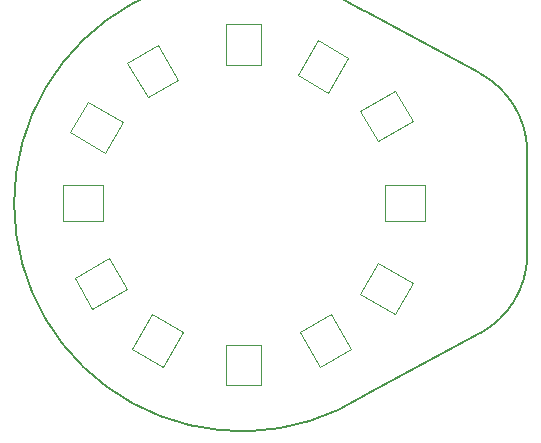
<source format=gm1>
%TF.GenerationSoftware,KiCad,Pcbnew,(6.0.2)*%
%TF.CreationDate,2022-04-19T06:21:28+10:00*%
%TF.ProjectId,adapter,61646170-7465-4722-9e6b-696361645f70,1.2*%
%TF.SameCoordinates,Original*%
%TF.FileFunction,Profile,NP*%
%FSLAX46Y46*%
G04 Gerber Fmt 4.6, Leading zero omitted, Abs format (unit mm)*
G04 Created by KiCad (PCBNEW (6.0.2)) date 2022-04-19 06:21:28*
%MOMM*%
%LPD*%
G01*
G04 APERTURE LIST*
%TA.AperFunction,Profile*%
%ADD10C,0.200000*%
%TD*%
%TA.AperFunction,Profile*%
%ADD11C,0.120000*%
%TD*%
G04 APERTURE END LIST*
D10*
X72500000Y-54600000D02*
X62750000Y-59850000D01*
X62750000Y-27350000D02*
X72500000Y-32600000D01*
X62750000Y-27350000D02*
G75*
G03*
X33049743Y-43600000I-10404671J-16249999D01*
G01*
X33049743Y-43600000D02*
G75*
G03*
X62750000Y-59850000I19295586J-1D01*
G01*
X72500000Y-54600000D02*
G75*
G03*
X76500000Y-48100000I-3629166J6714102D01*
G01*
X76500000Y-39100000D02*
G75*
G03*
X72500000Y-32600000I-7629166J-214102D01*
G01*
X76500000Y-39100000D02*
X76500000Y-48100000D01*
D11*
%TO.C,REF\u002A\u002A*%
X47349038Y-54477757D02*
X45649038Y-57422243D01*
X44750962Y-52977757D02*
X47349038Y-54477757D01*
X45649038Y-57422243D02*
X43050962Y-55922243D01*
X43050962Y-55922243D02*
X44750962Y-52977757D01*
X61549038Y-55922243D02*
X58950962Y-57422243D01*
X58950962Y-57422243D02*
X57250962Y-54477757D01*
X57250962Y-54477757D02*
X59849038Y-52977757D01*
X59849038Y-52977757D02*
X61549038Y-55922243D01*
X50990000Y-31855000D02*
X50990000Y-28455000D01*
X53990000Y-28455000D02*
X53990000Y-31855000D01*
X50990000Y-28455000D02*
X53990000Y-28455000D01*
X53990000Y-31855000D02*
X50990000Y-31855000D01*
X42650962Y-31677757D02*
X45249038Y-30177757D01*
X45249038Y-30177757D02*
X46949038Y-33122243D01*
X44350962Y-34622243D02*
X42650962Y-31677757D01*
X46949038Y-33122243D02*
X44350962Y-34622243D01*
X40570000Y-45060000D02*
X37170000Y-45060000D01*
X40570000Y-42060000D02*
X40570000Y-45060000D01*
X37170000Y-42060000D02*
X40570000Y-42060000D01*
X37170000Y-45060000D02*
X37170000Y-42060000D01*
X67850000Y-45060000D02*
X64450000Y-45060000D01*
X64450000Y-45060000D02*
X64450000Y-42060000D01*
X67850000Y-42060000D02*
X67850000Y-45060000D01*
X64450000Y-42060000D02*
X67850000Y-42060000D01*
X57050962Y-32722243D02*
X58750962Y-29777757D01*
X59649038Y-34222243D02*
X57050962Y-32722243D01*
X61349038Y-31277757D02*
X59649038Y-34222243D01*
X58750962Y-29777757D02*
X61349038Y-31277757D01*
X53990000Y-55560000D02*
X53990000Y-58960000D01*
X50990000Y-55560000D02*
X53990000Y-55560000D01*
X53990000Y-58960000D02*
X50990000Y-58960000D01*
X50990000Y-58960000D02*
X50990000Y-55560000D01*
X66822243Y-36649038D02*
X63877757Y-38349038D01*
X63877757Y-38349038D02*
X62377757Y-35750962D01*
X62377757Y-35750962D02*
X65322243Y-34050962D01*
X65322243Y-34050962D02*
X66822243Y-36649038D01*
X38177757Y-49950962D02*
X41122243Y-48250962D01*
X42622243Y-50849038D02*
X39677757Y-52549038D01*
X39677757Y-52549038D02*
X38177757Y-49950962D01*
X41122243Y-48250962D02*
X42622243Y-50849038D01*
X66822243Y-50350962D02*
X65322243Y-52949038D01*
X65322243Y-52949038D02*
X62377757Y-51249038D01*
X63877757Y-48650962D02*
X66822243Y-50350962D01*
X62377757Y-51249038D02*
X63877757Y-48650962D01*
X37823757Y-37597038D02*
X39323757Y-34998962D01*
X39323757Y-34998962D02*
X42268243Y-36698962D01*
X42268243Y-36698962D02*
X40768243Y-39297038D01*
X40768243Y-39297038D02*
X37823757Y-37597038D01*
%TD*%
M02*

</source>
